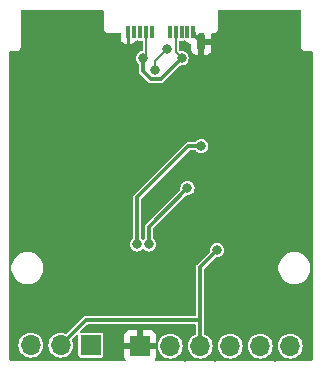
<source format=gbr>
%TF.GenerationSoftware,KiCad,Pcbnew,8.0.3*%
%TF.CreationDate,2024-07-14T10:18:13+10:00*%
%TF.ProjectId,USB-C to UART,5553422d-4320-4746-9f20-554152542e6b,rev?*%
%TF.SameCoordinates,Original*%
%TF.FileFunction,Copper,L2,Bot*%
%TF.FilePolarity,Positive*%
%FSLAX46Y46*%
G04 Gerber Fmt 4.6, Leading zero omitted, Abs format (unit mm)*
G04 Created by KiCad (PCBNEW 8.0.3) date 2024-07-14 10:18:13*
%MOMM*%
%LPD*%
G01*
G04 APERTURE LIST*
%TA.AperFunction,ComponentPad*%
%ADD10R,1.700000X1.700000*%
%TD*%
%TA.AperFunction,ComponentPad*%
%ADD11O,1.700000X1.700000*%
%TD*%
%TA.AperFunction,SMDPad,CuDef*%
%ADD12R,0.300000X1.000000*%
%TD*%
%TA.AperFunction,SMDPad,CuDef*%
%ADD13R,0.700000X1.150000*%
%TD*%
%TA.AperFunction,SMDPad,CuDef*%
%ADD14R,1.500000X1.500000*%
%TD*%
%TA.AperFunction,ViaPad*%
%ADD15C,0.500000*%
%TD*%
%TA.AperFunction,ViaPad*%
%ADD16C,0.800000*%
%TD*%
%TA.AperFunction,Conductor*%
%ADD17C,0.300000*%
%TD*%
%TA.AperFunction,Conductor*%
%ADD18C,0.200000*%
%TD*%
G04 APERTURE END LIST*
D10*
%TO.P,J1,1*%
%TO.N,Earth*%
X90430000Y7000000D03*
D11*
%TO.P,J1,2*%
%TO.N,CTS*%
X92970000Y7000000D03*
%TO.P,J1,3*%
%TO.N,VCC*%
X95510000Y7000000D03*
%TO.P,J1,4*%
%TO.N,TXO*%
X98050000Y7000000D03*
%TO.P,J1,5*%
%TO.N,RXI*%
X100590000Y7000000D03*
%TO.P,J1,6*%
%TO.N,DTR*%
X103130000Y7000000D03*
%TD*%
D10*
%TO.P,JP1,1*%
%TO.N,5V*%
X86250000Y7080000D03*
D11*
%TO.P,JP1,2*%
%TO.N,VCC*%
X83710000Y7080000D03*
%TO.P,JP1,3*%
%TO.N,3V3*%
X81170000Y7080000D03*
%TD*%
D12*
%TO.P,P1,B1*%
%TO.N,Earth*%
X94930000Y33570000D03*
%TO.P,P1,B2*%
%TO.N,N/C*%
X94430000Y33570000D03*
%TO.P,P1,B3*%
X93930000Y33570000D03*
%TO.P,P1,B4*%
%TO.N,5V*%
X93430000Y33570000D03*
%TO.P,P1,B5*%
%TO.N,Net-(P1-PadB5)*%
X92930000Y33570000D03*
%TO.P,P1,B8*%
%TO.N,N/C*%
X91430000Y33570000D03*
%TO.P,P1,B9*%
%TO.N,5V*%
X90930000Y33570000D03*
%TO.P,P1,B10*%
%TO.N,N/C*%
X90430000Y33570000D03*
%TO.P,P1,B11*%
X89930000Y33570000D03*
%TO.P,P1,B12*%
%TO.N,Earth*%
X89430000Y33570000D03*
D13*
%TO.P,P1,S1*%
X95600000Y32730000D03*
%TD*%
D14*
%TO.P,TP2,1,1*%
%TO.N,Earth*%
X86480000Y34610000D03*
%TD*%
%TO.P,TP4,1,1*%
%TO.N,Earth*%
X97880000Y34610000D03*
%TD*%
D15*
%TO.N,Earth*%
X97404500Y35038500D03*
D16*
X94650000Y11490000D03*
D15*
X86927000Y35038500D03*
D16*
X95420000Y19460000D03*
D15*
X97404500Y34149500D03*
D16*
X101860000Y6110000D03*
X91950000Y14360000D03*
X94200000Y6100000D03*
X92930000Y10910000D03*
X91290000Y12020000D03*
X85390000Y16690000D03*
D15*
X98357000Y35038500D03*
D16*
X92290000Y19510000D03*
X95590000Y15520000D03*
X95650000Y20520000D03*
X94140000Y8170000D03*
D15*
X86927000Y34149500D03*
D16*
X96760000Y6080000D03*
D15*
X98357000Y34149500D03*
D16*
X93620000Y12690000D03*
X88970000Y14470000D03*
D15*
X86038000Y34149500D03*
D16*
X99330000Y6150000D03*
X97770000Y8530000D03*
X82680000Y21360000D03*
D15*
X86038000Y35038500D03*
D16*
X93090000Y20530000D03*
%TO.N,VCC*%
X96930000Y15110000D03*
%TO.N,D-*%
X92680000Y32110000D03*
X91680000Y30360000D03*
%TO.N,RXI*%
X91180003Y15610000D03*
X94430000Y20360000D03*
%TO.N,TXO*%
X95605000Y23930000D03*
X90180000Y15610000D03*
%TO.N,5V*%
X90667024Y31372976D03*
X93930000Y31360000D03*
%TD*%
D17*
%TO.N,Earth*%
X94970001Y33319999D02*
X94970001Y33499298D01*
X95560000Y32730000D02*
X94970001Y33319999D01*
X95600000Y32730000D02*
X95560000Y32730000D01*
D18*
X94930000Y33570000D02*
X94930000Y33400000D01*
X94930000Y33400000D02*
X95600000Y32730000D01*
D17*
%TO.N,VCC*%
X85820000Y9190000D02*
X83710000Y7080000D01*
X95510000Y9190000D02*
X95510000Y13690000D01*
X95510000Y7000000D02*
X95510000Y9190000D01*
X95510000Y9190000D02*
X85820000Y9190000D01*
X95510000Y13690000D02*
X96930000Y15110000D01*
D18*
%TO.N,D-*%
X91680000Y31110000D02*
X92680000Y32110000D01*
X91680000Y30360000D02*
X91680000Y31110000D01*
D17*
%TO.N,RXI*%
X91180003Y15610000D02*
X91180003Y17110003D01*
X91180003Y17110003D02*
X94430000Y20360000D01*
%TO.N,TXO*%
X94500000Y23930000D02*
X90180000Y19610000D01*
X90180000Y19610000D02*
X90180000Y15610000D01*
X95605000Y23930000D02*
X94500000Y23930000D01*
D18*
%TO.N,5V*%
X90667024Y31372976D02*
X90930000Y31635952D01*
D17*
X92179999Y29609999D02*
X91319999Y29609999D01*
D18*
X93430000Y31860000D02*
X93930000Y31360000D01*
D17*
X93930000Y31360000D02*
X92179999Y29609999D01*
X90667024Y30262974D02*
X90667024Y31372976D01*
D18*
X90930000Y31635952D02*
X90930000Y33570000D01*
D17*
X91319999Y29609999D02*
X90667024Y30262974D01*
D18*
X93430000Y33570000D02*
X93430000Y31860000D01*
%TD*%
%TA.AperFunction,Conductor*%
%TO.N,Earth*%
G36*
X87186036Y35481299D02*
G01*
X87233835Y35471792D01*
X87256361Y35462463D01*
X87291668Y35438875D01*
X87308912Y35421635D01*
X87332506Y35386333D01*
X87341840Y35363810D01*
X87351297Y35316318D01*
X87352500Y35304112D01*
X87352500Y33878713D01*
X87352553Y33878171D01*
X87352548Y33853748D01*
X87352549Y33853744D01*
X87366940Y33800000D01*
X87380769Y33748355D01*
X87381664Y33745015D01*
X87381666Y33745010D01*
X87437929Y33647527D01*
X87437932Y33647523D01*
X87517504Y33567937D01*
X87517517Y33567924D01*
X87614995Y33511637D01*
X87723721Y33482501D01*
X87747358Y33482501D01*
X87747366Y33482500D01*
X88717500Y33482500D01*
X88761694Y33464194D01*
X88780000Y33420000D01*
X88780000Y33022165D01*
X88786402Y32962623D01*
X88836647Y32827909D01*
X88836649Y32827906D01*
X88922808Y32712814D01*
X88922813Y32712809D01*
X89037905Y32626650D01*
X89037908Y32626648D01*
X89172622Y32576403D01*
X89232164Y32570001D01*
X89232178Y32570000D01*
X89280000Y32570000D01*
X89280000Y33657500D01*
X89298306Y33701694D01*
X89342500Y33720000D01*
X89517000Y33720000D01*
X89561194Y33701694D01*
X89579500Y33657500D01*
X89579500Y33050251D01*
X89579699Y33048230D01*
X89580000Y33042104D01*
X89580000Y32570000D01*
X89627822Y32570000D01*
X89627835Y32570001D01*
X89687377Y32576403D01*
X89822091Y32626648D01*
X89822094Y32626650D01*
X89937186Y32712809D01*
X90023353Y32827913D01*
X90023699Y32828839D01*
X90024088Y32829258D01*
X90025496Y32831835D01*
X90026153Y32831476D01*
X90056293Y32863851D01*
X90082259Y32869500D01*
X90099748Y32869500D01*
X90158231Y32881133D01*
X90158231Y32881134D01*
X90164269Y32882334D01*
X90164685Y32880242D01*
X90195315Y32880246D01*
X90195731Y32882334D01*
X90201768Y32881134D01*
X90201769Y32881133D01*
X90260252Y32869500D01*
X90567000Y32869500D01*
X90611194Y32851194D01*
X90629500Y32807000D01*
X90629500Y32028530D01*
X90611194Y31984336D01*
X90575158Y31966565D01*
X90510269Y31958022D01*
X90510258Y31958019D01*
X90364185Y31897514D01*
X90364182Y31897512D01*
X90238741Y31801259D01*
X90142488Y31675818D01*
X90142486Y31675815D01*
X90081981Y31529742D01*
X90081978Y31529732D01*
X90061342Y31372978D01*
X90061342Y31372975D01*
X90081978Y31216221D01*
X90081981Y31216211D01*
X90142486Y31070138D01*
X90142488Y31070135D01*
X90152442Y31057162D01*
X90238742Y30944694D01*
X90292071Y30903773D01*
X90315989Y30862347D01*
X90316524Y30854189D01*
X90316524Y30216832D01*
X90316525Y30216824D01*
X90340408Y30127690D01*
X90340409Y30127687D01*
X90386555Y30047761D01*
X90386558Y30047757D01*
X91104781Y29329534D01*
X91104785Y29329531D01*
X91104787Y29329529D01*
X91184711Y29283385D01*
X91184714Y29283384D01*
X91239263Y29268768D01*
X91273855Y29259499D01*
X91273856Y29259499D01*
X92226142Y29259499D01*
X92226143Y29259499D01*
X92315287Y29283385D01*
X92395211Y29329529D01*
X93811002Y30745322D01*
X93855195Y30763627D01*
X93863353Y30763092D01*
X93929998Y30754318D01*
X93930000Y30754318D01*
X93930002Y30754318D01*
X94086755Y30774955D01*
X94086755Y30774956D01*
X94086762Y30774956D01*
X94232841Y30835464D01*
X94358282Y30931718D01*
X94454536Y31057159D01*
X94515044Y31203238D01*
X94535682Y31360000D01*
X94533973Y31372978D01*
X94515045Y31516756D01*
X94515044Y31516758D01*
X94515044Y31516762D01*
X94457784Y31655000D01*
X94454537Y31662839D01*
X94454535Y31662842D01*
X94358282Y31788283D01*
X94232841Y31884536D01*
X94232838Y31884538D01*
X94086765Y31945043D01*
X94086755Y31945046D01*
X93930002Y31965682D01*
X93929998Y31965682D01*
X93801158Y31948720D01*
X93754952Y31961100D01*
X93731035Y32002527D01*
X93730500Y32010685D01*
X93730500Y32807000D01*
X93748806Y32851194D01*
X93793000Y32869500D01*
X94099748Y32869500D01*
X94158231Y32881133D01*
X94158231Y32881134D01*
X94164269Y32882334D01*
X94164685Y32880242D01*
X94195315Y32880246D01*
X94195731Y32882334D01*
X94201768Y32881134D01*
X94201769Y32881133D01*
X94260252Y32869500D01*
X94277741Y32869500D01*
X94321935Y32851194D01*
X94334409Y32831784D01*
X94334504Y32831835D01*
X94335229Y32830507D01*
X94336301Y32828839D01*
X94336646Y32827913D01*
X94422813Y32712809D01*
X94537905Y32626650D01*
X94537908Y32626648D01*
X94672622Y32576403D01*
X94694180Y32574085D01*
X94736164Y32551161D01*
X94750000Y32511943D01*
X94750000Y32107165D01*
X94756402Y32047623D01*
X94806647Y31912909D01*
X94806649Y31912906D01*
X94892808Y31797814D01*
X94892813Y31797809D01*
X95007905Y31711650D01*
X95007908Y31711648D01*
X95142622Y31661403D01*
X95202164Y31655001D01*
X95202178Y31655000D01*
X95350000Y31655000D01*
X95850000Y31655000D01*
X95997822Y31655000D01*
X95997835Y31655001D01*
X96057377Y31661403D01*
X96192091Y31711648D01*
X96192094Y31711650D01*
X96307186Y31797809D01*
X96307191Y31797814D01*
X96393350Y31912906D01*
X96393352Y31912909D01*
X96443597Y32047623D01*
X96449999Y32107165D01*
X96450000Y32107178D01*
X96450000Y32480000D01*
X95850000Y32480000D01*
X95850000Y31655000D01*
X95350000Y31655000D01*
X95350000Y33434196D01*
X95368306Y33478390D01*
X95412500Y33496696D01*
X95428674Y33494567D01*
X95473719Y33482499D01*
X95530002Y33482500D01*
X95787500Y33482500D01*
X95831694Y33464194D01*
X95850000Y33420000D01*
X95850000Y32980000D01*
X96450000Y32980000D01*
X96450000Y33352823D01*
X96449999Y33352836D01*
X96443497Y33413319D01*
X96456974Y33459217D01*
X96498958Y33482142D01*
X96505639Y33482500D01*
X96611674Y33482500D01*
X96611900Y33482525D01*
X96636247Y33482517D01*
X96744993Y33511628D01*
X96842495Y33567902D01*
X96922102Y33647501D01*
X96978386Y33744996D01*
X97007509Y33853739D01*
X97007500Y33910027D01*
X97007504Y33939086D01*
X97007503Y33939088D01*
X97007504Y33945614D01*
X97007500Y33945662D01*
X97007500Y35273622D01*
X97007504Y35273665D01*
X97007503Y35280913D01*
X97007504Y35280914D01*
X97007500Y35303819D01*
X97008702Y35316013D01*
X97018217Y35363814D01*
X97027544Y35386327D01*
X97051144Y35421645D01*
X97068370Y35438874D01*
X97103690Y35462481D01*
X97126202Y35471810D01*
X97173835Y35481296D01*
X97186043Y35482500D01*
X97209099Y35482500D01*
X103850897Y35482500D01*
X103873844Y35482500D01*
X103886036Y35481299D01*
X103933835Y35471792D01*
X103956361Y35462463D01*
X103991668Y35438875D01*
X104008912Y35421635D01*
X104032506Y35386333D01*
X104041840Y35363810D01*
X104051297Y35316318D01*
X104052500Y35304112D01*
X104052500Y32378713D01*
X104052553Y32378171D01*
X104052548Y32353748D01*
X104052549Y32353744D01*
X104057934Y32333635D01*
X104080805Y32248221D01*
X104081664Y32245015D01*
X104081666Y32245010D01*
X104137929Y32147527D01*
X104137932Y32147523D01*
X104178270Y32107178D01*
X104217517Y32067924D01*
X104314995Y32011637D01*
X104423721Y31982501D01*
X104447358Y31982501D01*
X104447366Y31982500D01*
X104454639Y31982500D01*
X104480002Y31982500D01*
X104509103Y31982500D01*
X104850897Y31982500D01*
X104873844Y31982500D01*
X104886036Y31981299D01*
X104933835Y31971792D01*
X104956361Y31962463D01*
X104991668Y31938875D01*
X105008912Y31921635D01*
X105032506Y31886333D01*
X105041840Y31863810D01*
X105051297Y31816318D01*
X105052500Y31804112D01*
X105052500Y5916176D01*
X105051298Y5903976D01*
X105041789Y5856199D01*
X105032455Y5833671D01*
X105008874Y5798386D01*
X104991632Y5781147D01*
X104956344Y5757569D01*
X104933816Y5748238D01*
X104885872Y5738701D01*
X104873683Y5737500D01*
X91720644Y5737500D01*
X91676450Y5755806D01*
X91658144Y5800000D01*
X91670610Y5837455D01*
X91723352Y5907910D01*
X91773597Y6042623D01*
X91779999Y6102165D01*
X91780000Y6102178D01*
X91780000Y6750000D01*
X90863012Y6750000D01*
X90895925Y6807007D01*
X90930000Y6934174D01*
X90930000Y7000001D01*
X91914417Y7000001D01*
X91914417Y7000000D01*
X91934699Y6794070D01*
X91934700Y6794065D01*
X91994766Y6596051D01*
X91994768Y6596046D01*
X92092311Y6413556D01*
X92092313Y6413552D01*
X92092315Y6413550D01*
X92223590Y6253590D01*
X92383550Y6122315D01*
X92383553Y6122314D01*
X92383555Y6122312D01*
X92452523Y6085448D01*
X92566046Y6024768D01*
X92764066Y5964700D01*
X92970000Y5944417D01*
X93175934Y5964700D01*
X93373954Y6024768D01*
X93556450Y6122315D01*
X93716410Y6253590D01*
X93847685Y6413550D01*
X93945232Y6596046D01*
X94005300Y6794066D01*
X94025583Y7000000D01*
X94005300Y7205934D01*
X93945232Y7403954D01*
X93847685Y7586450D01*
X93716410Y7746410D01*
X93618930Y7826409D01*
X93556455Y7877681D01*
X93556453Y7877682D01*
X93556450Y7877685D01*
X93556448Y7877687D01*
X93556444Y7877689D01*
X93373954Y7975232D01*
X93373949Y7975234D01*
X93175935Y8035300D01*
X93175930Y8035301D01*
X92970000Y8055583D01*
X92764069Y8035301D01*
X92764064Y8035300D01*
X92566050Y7975234D01*
X92566045Y7975232D01*
X92383555Y7877689D01*
X92383544Y7877681D01*
X92223591Y7746412D01*
X92223588Y7746409D01*
X92092319Y7586456D01*
X92092311Y7586445D01*
X91994768Y7403955D01*
X91994766Y7403950D01*
X91934700Y7205936D01*
X91934699Y7205931D01*
X91914417Y7000001D01*
X90930000Y7000001D01*
X90930000Y7065826D01*
X90895925Y7192993D01*
X90863012Y7250000D01*
X91780000Y7250000D01*
X91780000Y7897823D01*
X91779999Y7897836D01*
X91773597Y7957378D01*
X91723352Y8092092D01*
X91723350Y8092095D01*
X91637191Y8207187D01*
X91637186Y8207192D01*
X91522094Y8293351D01*
X91522091Y8293353D01*
X91387377Y8343598D01*
X91327835Y8350000D01*
X90680000Y8350000D01*
X90680000Y7433012D01*
X90622993Y7465925D01*
X90495826Y7500000D01*
X90364174Y7500000D01*
X90237007Y7465925D01*
X90180000Y7433012D01*
X90180000Y8350000D01*
X89532164Y8350000D01*
X89472622Y8343598D01*
X89337908Y8293353D01*
X89337905Y8293351D01*
X89222813Y8207192D01*
X89222808Y8207187D01*
X89136649Y8092095D01*
X89136647Y8092092D01*
X89086402Y7957378D01*
X89080000Y7897836D01*
X89080000Y7250000D01*
X89996988Y7250000D01*
X89964075Y7192993D01*
X89930000Y7065826D01*
X89930000Y6934174D01*
X89964075Y6807007D01*
X89996988Y6750000D01*
X89080000Y6750000D01*
X89080000Y6102165D01*
X89086402Y6042623D01*
X89136647Y5907910D01*
X89189390Y5837455D01*
X89201220Y5791106D01*
X89176811Y5749966D01*
X89139356Y5737500D01*
X79486155Y5737500D01*
X79473961Y5738701D01*
X79463859Y5740711D01*
X79426194Y5748204D01*
X79403663Y5757538D01*
X79392196Y5765201D01*
X79368390Y5781110D01*
X79351146Y5798358D01*
X79327581Y5833637D01*
X79318252Y5856170D01*
X79314036Y5877383D01*
X79308700Y5904237D01*
X79307501Y5916432D01*
X79307506Y5939074D01*
X79307504Y5939077D01*
X79307506Y5945815D01*
X79307500Y5945879D01*
X79307500Y7080001D01*
X80114417Y7080001D01*
X80114417Y7080000D01*
X80134699Y6874070D01*
X80134700Y6874065D01*
X80194766Y6676051D01*
X80194768Y6676046D01*
X80292311Y6493556D01*
X80292313Y6493552D01*
X80292315Y6493550D01*
X80423590Y6333590D01*
X80583550Y6202315D01*
X80583553Y6202314D01*
X80583555Y6202312D01*
X80658912Y6162033D01*
X80766046Y6104768D01*
X80964066Y6044700D01*
X81170000Y6024417D01*
X81375934Y6044700D01*
X81573954Y6104768D01*
X81756450Y6202315D01*
X81916410Y6333590D01*
X82047685Y6493550D01*
X82145232Y6676046D01*
X82205300Y6874066D01*
X82225583Y7080000D01*
X82225583Y7080001D01*
X82654417Y7080001D01*
X82654417Y7080000D01*
X82674699Y6874070D01*
X82674700Y6874065D01*
X82734766Y6676051D01*
X82734768Y6676046D01*
X82832311Y6493556D01*
X82832313Y6493552D01*
X82832315Y6493550D01*
X82963590Y6333590D01*
X83123550Y6202315D01*
X83123553Y6202314D01*
X83123555Y6202312D01*
X83198912Y6162033D01*
X83306046Y6104768D01*
X83504066Y6044700D01*
X83710000Y6024417D01*
X83915934Y6044700D01*
X84113954Y6104768D01*
X84296450Y6202315D01*
X84456410Y6333590D01*
X84587685Y6493550D01*
X84685232Y6676046D01*
X84745300Y6874066D01*
X84765583Y7080000D01*
X84745300Y7285934D01*
X84685232Y7483954D01*
X84680749Y7492341D01*
X84676062Y7539946D01*
X84691674Y7565994D01*
X85092806Y7967126D01*
X85137000Y7985431D01*
X85181194Y7967125D01*
X85199500Y7922931D01*
X85199500Y6210252D01*
X85211132Y6151770D01*
X85211133Y6151768D01*
X85255447Y6085448D01*
X85321767Y6041134D01*
X85321769Y6041133D01*
X85380252Y6029500D01*
X87119748Y6029500D01*
X87178231Y6041133D01*
X87244552Y6085448D01*
X87288867Y6151769D01*
X87300500Y6210252D01*
X87300500Y7949748D01*
X87288867Y8008231D01*
X87288795Y8008339D01*
X87244552Y8074553D01*
X87178232Y8118867D01*
X87178230Y8118868D01*
X87119748Y8130500D01*
X85407070Y8130500D01*
X85362876Y8148806D01*
X85344570Y8193000D01*
X85362876Y8237194D01*
X85946876Y8821194D01*
X85991070Y8839500D01*
X95097000Y8839500D01*
X95141194Y8821194D01*
X95159500Y8777000D01*
X95159500Y8037800D01*
X95141194Y7993606D01*
X95115144Y7977992D01*
X95106047Y7975233D01*
X95106043Y7975231D01*
X94923555Y7877689D01*
X94923544Y7877681D01*
X94763591Y7746412D01*
X94763588Y7746409D01*
X94632319Y7586456D01*
X94632311Y7586445D01*
X94534768Y7403955D01*
X94534766Y7403950D01*
X94474700Y7205936D01*
X94474699Y7205931D01*
X94454417Y7000001D01*
X94454417Y7000000D01*
X94474699Y6794070D01*
X94474700Y6794065D01*
X94534766Y6596051D01*
X94534768Y6596046D01*
X94632311Y6413556D01*
X94632313Y6413552D01*
X94632315Y6413550D01*
X94763590Y6253590D01*
X94923550Y6122315D01*
X94923553Y6122314D01*
X94923555Y6122312D01*
X94992523Y6085448D01*
X95106046Y6024768D01*
X95304066Y5964700D01*
X95510000Y5944417D01*
X95715934Y5964700D01*
X95913954Y6024768D01*
X96096450Y6122315D01*
X96256410Y6253590D01*
X96387685Y6413550D01*
X96485232Y6596046D01*
X96545300Y6794066D01*
X96565583Y7000000D01*
X96565583Y7000001D01*
X96994417Y7000001D01*
X96994417Y7000000D01*
X97014699Y6794070D01*
X97014700Y6794065D01*
X97074766Y6596051D01*
X97074768Y6596046D01*
X97172311Y6413556D01*
X97172313Y6413552D01*
X97172315Y6413550D01*
X97303590Y6253590D01*
X97463550Y6122315D01*
X97463553Y6122314D01*
X97463555Y6122312D01*
X97532523Y6085448D01*
X97646046Y6024768D01*
X97844066Y5964700D01*
X98050000Y5944417D01*
X98255934Y5964700D01*
X98453954Y6024768D01*
X98636450Y6122315D01*
X98796410Y6253590D01*
X98927685Y6413550D01*
X99025232Y6596046D01*
X99085300Y6794066D01*
X99105583Y7000000D01*
X99105583Y7000001D01*
X99534417Y7000001D01*
X99534417Y7000000D01*
X99554699Y6794070D01*
X99554700Y6794065D01*
X99614766Y6596051D01*
X99614768Y6596046D01*
X99712311Y6413556D01*
X99712313Y6413552D01*
X99712315Y6413550D01*
X99843590Y6253590D01*
X100003550Y6122315D01*
X100003553Y6122314D01*
X100003555Y6122312D01*
X100072523Y6085448D01*
X100186046Y6024768D01*
X100384066Y5964700D01*
X100590000Y5944417D01*
X100795934Y5964700D01*
X100993954Y6024768D01*
X101176450Y6122315D01*
X101336410Y6253590D01*
X101467685Y6413550D01*
X101565232Y6596046D01*
X101625300Y6794066D01*
X101645583Y7000000D01*
X101645583Y7000001D01*
X102074417Y7000001D01*
X102074417Y7000000D01*
X102094699Y6794070D01*
X102094700Y6794065D01*
X102154766Y6596051D01*
X102154768Y6596046D01*
X102252311Y6413556D01*
X102252313Y6413552D01*
X102252315Y6413550D01*
X102383590Y6253590D01*
X102543550Y6122315D01*
X102543553Y6122314D01*
X102543555Y6122312D01*
X102612523Y6085448D01*
X102726046Y6024768D01*
X102924066Y5964700D01*
X103130000Y5944417D01*
X103335934Y5964700D01*
X103533954Y6024768D01*
X103716450Y6122315D01*
X103876410Y6253590D01*
X104007685Y6413550D01*
X104105232Y6596046D01*
X104165300Y6794066D01*
X104185583Y7000000D01*
X104165300Y7205934D01*
X104105232Y7403954D01*
X104007685Y7586450D01*
X103876410Y7746410D01*
X103778930Y7826409D01*
X103716455Y7877681D01*
X103716453Y7877682D01*
X103716450Y7877685D01*
X103716448Y7877687D01*
X103716444Y7877689D01*
X103533954Y7975232D01*
X103533949Y7975234D01*
X103335935Y8035300D01*
X103335930Y8035301D01*
X103130000Y8055583D01*
X102924069Y8035301D01*
X102924064Y8035300D01*
X102726050Y7975234D01*
X102726045Y7975232D01*
X102543555Y7877689D01*
X102543544Y7877681D01*
X102383591Y7746412D01*
X102383588Y7746409D01*
X102252319Y7586456D01*
X102252311Y7586445D01*
X102154768Y7403955D01*
X102154766Y7403950D01*
X102094700Y7205936D01*
X102094699Y7205931D01*
X102074417Y7000001D01*
X101645583Y7000001D01*
X101625300Y7205934D01*
X101565232Y7403954D01*
X101467685Y7586450D01*
X101336410Y7746410D01*
X101238930Y7826409D01*
X101176455Y7877681D01*
X101176453Y7877682D01*
X101176450Y7877685D01*
X101176448Y7877687D01*
X101176444Y7877689D01*
X100993954Y7975232D01*
X100993949Y7975234D01*
X100795935Y8035300D01*
X100795930Y8035301D01*
X100590000Y8055583D01*
X100384069Y8035301D01*
X100384064Y8035300D01*
X100186050Y7975234D01*
X100186045Y7975232D01*
X100003555Y7877689D01*
X100003544Y7877681D01*
X99843591Y7746412D01*
X99843588Y7746409D01*
X99712319Y7586456D01*
X99712311Y7586445D01*
X99614768Y7403955D01*
X99614766Y7403950D01*
X99554700Y7205936D01*
X99554699Y7205931D01*
X99534417Y7000001D01*
X99105583Y7000001D01*
X99085300Y7205934D01*
X99025232Y7403954D01*
X98927685Y7586450D01*
X98796410Y7746410D01*
X98698930Y7826409D01*
X98636455Y7877681D01*
X98636453Y7877682D01*
X98636450Y7877685D01*
X98636448Y7877687D01*
X98636444Y7877689D01*
X98453954Y7975232D01*
X98453949Y7975234D01*
X98255935Y8035300D01*
X98255930Y8035301D01*
X98050000Y8055583D01*
X97844069Y8035301D01*
X97844064Y8035300D01*
X97646050Y7975234D01*
X97646045Y7975232D01*
X97463555Y7877689D01*
X97463544Y7877681D01*
X97303591Y7746412D01*
X97303588Y7746409D01*
X97172319Y7586456D01*
X97172311Y7586445D01*
X97074768Y7403955D01*
X97074766Y7403950D01*
X97014700Y7205936D01*
X97014699Y7205931D01*
X96994417Y7000001D01*
X96565583Y7000001D01*
X96545300Y7205934D01*
X96485232Y7403954D01*
X96387685Y7586450D01*
X96256410Y7746410D01*
X96158930Y7826409D01*
X96096455Y7877681D01*
X96096453Y7877682D01*
X96096450Y7877685D01*
X96096448Y7877687D01*
X96096444Y7877689D01*
X95913956Y7975231D01*
X95913952Y7975233D01*
X95904856Y7977992D01*
X95867879Y8008339D01*
X95860500Y8037800D01*
X95860500Y13518932D01*
X95878805Y13563125D01*
X96031965Y13716285D01*
X102129500Y13716285D01*
X102129500Y13503716D01*
X102129501Y13503700D01*
X102162753Y13293760D01*
X102162753Y13293759D01*
X102228442Y13091590D01*
X102228446Y13091582D01*
X102324949Y12902183D01*
X102449897Y12730206D01*
X102600205Y12579898D01*
X102772182Y12454950D01*
X102772184Y12454949D01*
X102961588Y12358443D01*
X103163757Y12292754D01*
X103252244Y12278739D01*
X103373699Y12259502D01*
X103373705Y12259502D01*
X103373713Y12259500D01*
X103373715Y12259500D01*
X103586285Y12259500D01*
X103586287Y12259500D01*
X103796243Y12292754D01*
X103998412Y12358443D01*
X104187816Y12454949D01*
X104359792Y12579896D01*
X104510104Y12730208D01*
X104635051Y12902184D01*
X104731557Y13091588D01*
X104797246Y13293757D01*
X104830500Y13503713D01*
X104830500Y13716287D01*
X104797246Y13926243D01*
X104731557Y14128412D01*
X104635051Y14317816D01*
X104510104Y14489792D01*
X104510102Y14489795D01*
X104359794Y14640103D01*
X104187817Y14765051D01*
X103998418Y14861554D01*
X103998410Y14861558D01*
X103796241Y14927247D01*
X103586300Y14960499D01*
X103586288Y14960500D01*
X103586287Y14960500D01*
X103373713Y14960500D01*
X103373711Y14960500D01*
X103373699Y14960499D01*
X103163759Y14927247D01*
X103163758Y14927247D01*
X102961589Y14861558D01*
X102961581Y14861554D01*
X102772182Y14765051D01*
X102600205Y14640103D01*
X102449897Y14489795D01*
X102324949Y14317818D01*
X102228446Y14128419D01*
X102228442Y14128411D01*
X102162753Y13926242D01*
X102162753Y13926241D01*
X102129501Y13716301D01*
X102129500Y13716285D01*
X96031965Y13716285D01*
X96811002Y14495323D01*
X96855195Y14513628D01*
X96863349Y14513094D01*
X96909878Y14506968D01*
X96929999Y14504318D01*
X96930000Y14504318D01*
X96930002Y14504318D01*
X97086755Y14524955D01*
X97086755Y14524956D01*
X97086762Y14524956D01*
X97232841Y14585464D01*
X97358282Y14681718D01*
X97454536Y14807159D01*
X97515044Y14953238D01*
X97535682Y15110000D01*
X97526240Y15181716D01*
X97515045Y15266756D01*
X97515044Y15266758D01*
X97515044Y15266762D01*
X97454536Y15412841D01*
X97423533Y15453245D01*
X97358282Y15538283D01*
X97232841Y15634536D01*
X97232838Y15634538D01*
X97086765Y15695043D01*
X97086755Y15695046D01*
X96930002Y15715682D01*
X96929998Y15715682D01*
X96773244Y15695046D01*
X96773234Y15695043D01*
X96627161Y15634538D01*
X96627158Y15634536D01*
X96501717Y15538283D01*
X96405464Y15412842D01*
X96405462Y15412839D01*
X96344957Y15266766D01*
X96344954Y15266756D01*
X96324318Y15110002D01*
X96324318Y15109997D01*
X96333091Y15043354D01*
X96320710Y14997149D01*
X96315320Y14991003D01*
X95229534Y13905218D01*
X95229531Y13905214D01*
X95183385Y13825288D01*
X95183384Y13825285D01*
X95159501Y13736151D01*
X95159500Y13736143D01*
X95159500Y9603000D01*
X95141194Y9558806D01*
X95097000Y9540500D01*
X85773856Y9540500D01*
X85773855Y9540500D01*
X85773849Y9540499D01*
X85684715Y9516616D01*
X85684712Y9516615D01*
X85604786Y9470469D01*
X85604782Y9470466D01*
X84195993Y8061677D01*
X84151799Y8043371D01*
X84122338Y8050751D01*
X84113954Y8055232D01*
X83915934Y8115300D01*
X83915931Y8115301D01*
X83915930Y8115301D01*
X83710000Y8135583D01*
X83504069Y8115301D01*
X83504064Y8115300D01*
X83306050Y8055234D01*
X83306045Y8055232D01*
X83123555Y7957689D01*
X83123544Y7957681D01*
X82963591Y7826412D01*
X82963588Y7826409D01*
X82832319Y7666456D01*
X82832311Y7666445D01*
X82734768Y7483955D01*
X82734766Y7483950D01*
X82674700Y7285936D01*
X82674699Y7285931D01*
X82654417Y7080001D01*
X82225583Y7080001D01*
X82205300Y7285934D01*
X82145232Y7483954D01*
X82047685Y7666450D01*
X81916410Y7826410D01*
X81829392Y7897823D01*
X81756455Y7957681D01*
X81756453Y7957682D01*
X81756450Y7957685D01*
X81756448Y7957687D01*
X81756444Y7957689D01*
X81573954Y8055232D01*
X81573949Y8055234D01*
X81375935Y8115300D01*
X81375930Y8115301D01*
X81170000Y8135583D01*
X80964069Y8115301D01*
X80964064Y8115300D01*
X80766050Y8055234D01*
X80766045Y8055232D01*
X80583555Y7957689D01*
X80583544Y7957681D01*
X80423591Y7826412D01*
X80423588Y7826409D01*
X80292319Y7666456D01*
X80292311Y7666445D01*
X80194768Y7483955D01*
X80194766Y7483950D01*
X80134700Y7285936D01*
X80134699Y7285931D01*
X80114417Y7080001D01*
X79307500Y7080001D01*
X79307500Y13716285D01*
X79529500Y13716285D01*
X79529500Y13503716D01*
X79529501Y13503700D01*
X79562753Y13293760D01*
X79562753Y13293759D01*
X79628442Y13091590D01*
X79628446Y13091582D01*
X79724949Y12902183D01*
X79849897Y12730206D01*
X80000205Y12579898D01*
X80172182Y12454950D01*
X80172184Y12454949D01*
X80361588Y12358443D01*
X80563757Y12292754D01*
X80652244Y12278739D01*
X80773699Y12259502D01*
X80773705Y12259502D01*
X80773713Y12259500D01*
X80773715Y12259500D01*
X80986285Y12259500D01*
X80986287Y12259500D01*
X81196243Y12292754D01*
X81398412Y12358443D01*
X81587816Y12454949D01*
X81759792Y12579896D01*
X81910104Y12730208D01*
X82035051Y12902184D01*
X82131557Y13091588D01*
X82197246Y13293757D01*
X82230500Y13503713D01*
X82230500Y13716287D01*
X82197246Y13926243D01*
X82131557Y14128412D01*
X82035051Y14317816D01*
X81910104Y14489792D01*
X81910102Y14489795D01*
X81759794Y14640103D01*
X81587817Y14765051D01*
X81398418Y14861554D01*
X81398410Y14861558D01*
X81196241Y14927247D01*
X80986300Y14960499D01*
X80986288Y14960500D01*
X80986287Y14960500D01*
X80773713Y14960500D01*
X80773711Y14960500D01*
X80773699Y14960499D01*
X80563759Y14927247D01*
X80563758Y14927247D01*
X80361589Y14861558D01*
X80361581Y14861554D01*
X80172182Y14765051D01*
X80000205Y14640103D01*
X79849897Y14489795D01*
X79724949Y14317818D01*
X79628446Y14128419D01*
X79628442Y14128411D01*
X79562753Y13926242D01*
X79562753Y13926241D01*
X79529501Y13716301D01*
X79529500Y13716285D01*
X79307500Y13716285D01*
X79307500Y15610002D01*
X89574318Y15610002D01*
X89574318Y15609999D01*
X89594954Y15453245D01*
X89594957Y15453235D01*
X89655462Y15307162D01*
X89655464Y15307159D01*
X89751717Y15181718D01*
X89845180Y15110002D01*
X89877159Y15085464D01*
X90023238Y15024956D01*
X90023242Y15024956D01*
X90023244Y15024955D01*
X90179998Y15004318D01*
X90180000Y15004318D01*
X90180002Y15004318D01*
X90336755Y15024955D01*
X90336755Y15024956D01*
X90336762Y15024956D01*
X90482841Y15085464D01*
X90608282Y15181718D01*
X90630417Y15210567D01*
X90671840Y15234483D01*
X90718046Y15222104D01*
X90729584Y15210566D01*
X90751717Y15181722D01*
X90751719Y15181721D01*
X90751721Y15181718D01*
X90877162Y15085464D01*
X91023241Y15024956D01*
X91023245Y15024956D01*
X91023247Y15024955D01*
X91180001Y15004318D01*
X91180003Y15004318D01*
X91180005Y15004318D01*
X91336758Y15024955D01*
X91336758Y15024956D01*
X91336765Y15024956D01*
X91482844Y15085464D01*
X91608285Y15181718D01*
X91704539Y15307159D01*
X91765047Y15453238D01*
X91785685Y15610000D01*
X91765047Y15766762D01*
X91704539Y15912841D01*
X91608285Y16038282D01*
X91608282Y16038284D01*
X91608281Y16038286D01*
X91554955Y16079205D01*
X91531038Y16120632D01*
X91530503Y16128789D01*
X91530503Y16938934D01*
X91548808Y16983127D01*
X94311002Y19745322D01*
X94355195Y19763627D01*
X94363353Y19763092D01*
X94429998Y19754318D01*
X94430000Y19754318D01*
X94430002Y19754318D01*
X94586755Y19774955D01*
X94586755Y19774956D01*
X94586762Y19774956D01*
X94732841Y19835464D01*
X94858282Y19931718D01*
X94954536Y20057159D01*
X95015044Y20203238D01*
X95035682Y20360000D01*
X95015044Y20516762D01*
X94954536Y20662841D01*
X94932139Y20692029D01*
X94858282Y20788283D01*
X94732841Y20884536D01*
X94732838Y20884538D01*
X94586765Y20945043D01*
X94586755Y20945046D01*
X94430002Y20965682D01*
X94429998Y20965682D01*
X94273244Y20945046D01*
X94273234Y20945043D01*
X94127161Y20884538D01*
X94127158Y20884536D01*
X94001717Y20788283D01*
X93905464Y20662842D01*
X93905462Y20662839D01*
X93844957Y20516766D01*
X93844954Y20516756D01*
X93824318Y20360003D01*
X93824318Y20359998D01*
X93833091Y20293355D01*
X93820710Y20247150D01*
X93815320Y20241004D01*
X90899537Y17325221D01*
X90899534Y17325217D01*
X90853388Y17245291D01*
X90853387Y17245288D01*
X90829504Y17156154D01*
X90829503Y17156146D01*
X90829503Y16128789D01*
X90811197Y16084595D01*
X90805051Y16079205D01*
X90751720Y16038283D01*
X90729585Y16009436D01*
X90688158Y15985519D01*
X90641953Y15997900D01*
X90630417Y16009436D01*
X90608280Y16038284D01*
X90608280Y16038285D01*
X90554952Y16079205D01*
X90531035Y16120632D01*
X90530500Y16128789D01*
X90530500Y19438930D01*
X90548806Y19483124D01*
X94626876Y23561194D01*
X94671070Y23579500D01*
X95086212Y23579500D01*
X95130406Y23561194D01*
X95135796Y23555048D01*
X95176718Y23501717D01*
X95278480Y23423634D01*
X95302159Y23405464D01*
X95448238Y23344956D01*
X95448242Y23344956D01*
X95448244Y23344955D01*
X95604998Y23324318D01*
X95605000Y23324318D01*
X95605002Y23324318D01*
X95761755Y23344955D01*
X95761755Y23344956D01*
X95761762Y23344956D01*
X95907841Y23405464D01*
X96033282Y23501718D01*
X96129536Y23627159D01*
X96190044Y23773238D01*
X96210682Y23930000D01*
X96190044Y24086762D01*
X96129536Y24232841D01*
X96092556Y24281035D01*
X96033282Y24358283D01*
X95907841Y24454536D01*
X95907838Y24454538D01*
X95761765Y24515043D01*
X95761755Y24515046D01*
X95605002Y24535682D01*
X95604998Y24535682D01*
X95448244Y24515046D01*
X95448234Y24515043D01*
X95302161Y24454538D01*
X95302158Y24454536D01*
X95176718Y24358284D01*
X95135796Y24304952D01*
X95094370Y24281035D01*
X95086212Y24280500D01*
X94453856Y24280500D01*
X94453855Y24280500D01*
X94453849Y24280499D01*
X94364715Y24256616D01*
X94364712Y24256615D01*
X94284786Y24210469D01*
X94284782Y24210466D01*
X89899534Y19825218D01*
X89899531Y19825214D01*
X89853385Y19745288D01*
X89853384Y19745285D01*
X89829501Y19656151D01*
X89829500Y19656143D01*
X89829500Y16128789D01*
X89811194Y16084595D01*
X89805048Y16079205D01*
X89751721Y16038286D01*
X89655462Y15912838D01*
X89594957Y15766766D01*
X89594954Y15766756D01*
X89574318Y15610002D01*
X79307500Y15610002D01*
X79307500Y31803815D01*
X79308701Y31816007D01*
X79318218Y31863817D01*
X79327544Y31886327D01*
X79351144Y31921645D01*
X79368370Y31938874D01*
X79403690Y31962481D01*
X79426202Y31971810D01*
X79473835Y31981296D01*
X79486043Y31982500D01*
X79911674Y31982500D01*
X79911900Y31982525D01*
X79936247Y31982517D01*
X80044993Y32011628D01*
X80142495Y32067902D01*
X80222102Y32147501D01*
X80278386Y32244996D01*
X80307509Y32353739D01*
X80307500Y32410027D01*
X80307500Y32410500D01*
X80307500Y35273622D01*
X80307504Y35273665D01*
X80307503Y35280913D01*
X80307504Y35280914D01*
X80307500Y35303868D01*
X80308699Y35316047D01*
X80318201Y35363842D01*
X80327528Y35386368D01*
X80351110Y35421667D01*
X80368354Y35438911D01*
X80403645Y35462493D01*
X80426175Y35471826D01*
X80454399Y35477440D01*
X80473800Y35481299D01*
X80485993Y35482500D01*
X80509099Y35482500D01*
X87150897Y35482500D01*
X87173844Y35482500D01*
X87186036Y35481299D01*
G37*
%TD.AperFunction*%
%TD*%
M02*

</source>
